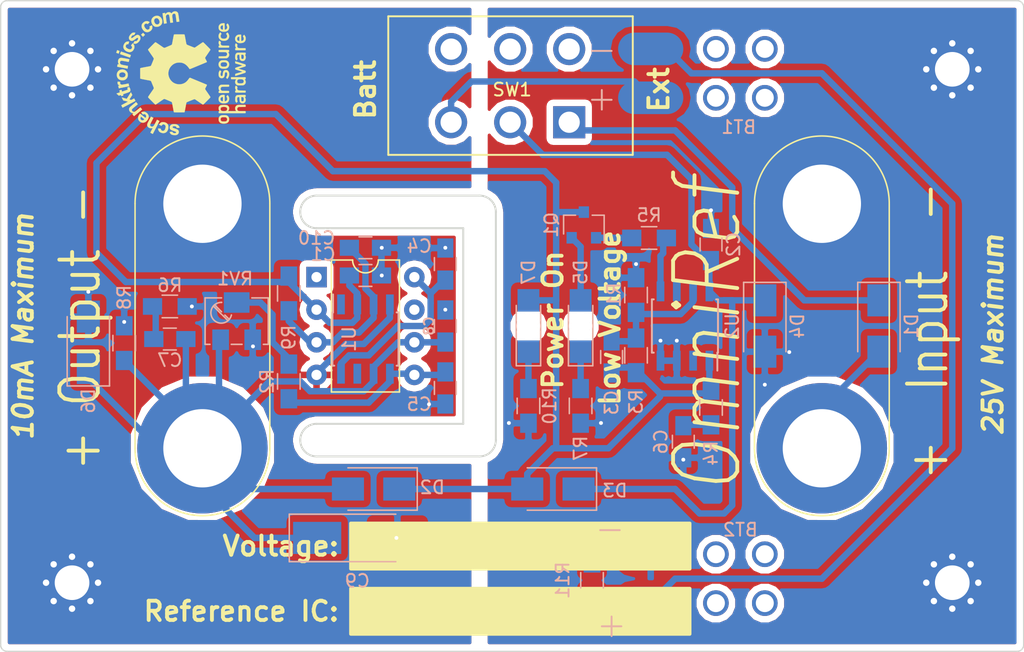
<source format=kicad_pcb>
(kicad_pcb (version 4) (host pcbnew 4.0.5)
  (layers (0 F.Cu signal hide) (31 B.Cu signal) (34 B.Paste user hide) (35 F.Paste user hide) (36 B.SilkS user hide) (37 F.SilkS user hide) (38 B.Mask user hide) (39 F.Mask user hide) (44 Edge.Cuts user))
  (net 0 "")
  (net 1 V+)
  (net 2 GND)
  (net 3 "Net-(C4-Pad1)")
  (net 4 "Net-(C5-Pad1)")
  (net 5 "Net-(C6-Pad1)")
  (net 6 "Net-(C7-Pad1)")
  (net 7 "Net-(C7-Pad2)")
  (net 8 "Net-(D1-Pad2)")
  (net 9 "Net-(D5-Pad1)")
  (net 10 "Net-(R2-Pad1)")
  (net 11 "Net-(C3-Pad2)")
  (net 12 "Net-(D5-Pad2)")
  (net 13 "Net-(Q1-Pad1)")
  (net 14 ER)
  (net 15 "Net-(U2-Pad2)")
  (net 16 "Net-(U2-Pad6)")
  (net 17 BAT+)
  (net 18 "Net-(BT1-Pad2)")
  (net 19 "Net-(D1-Pad1)")
  (net 20 "Net-(D7-Pad1)")
  (net 21 "Net-(C10-Pad1)")
  (net 22 "Net-(C2-Pad1)")
  (module _NTSFootprints:CnK_L_Series_DPDT (layer F.Cu) (at 148.59 67.31 180)
    (fp_text reference SW1 (at 4.445 2.54 180) (layer F.SilkS))
    (fp_text value SW_SPDT)
    (pad 1 thru_hole rect (at 0 0 180) (size 2.5 2.5) (drill 1.65) (layers *.Cu *.Mask) (net 19 "Net-(D1-Pad1)"))
    (pad 2 thru_hole circle (at 4.6 0 180) (size 2.5 2.5) (drill 1.65) (layers *.Cu *.Mask) (net 22 "Net-(C2-Pad1)"))
    (pad 3 thru_hole circle (at 9.2 0 180) (size 2.5 2.5) (drill 1.65) (layers *.Cu *.Mask) (net 17 BAT+))
    (pad 4 thru_hole circle (at 0 5.7 180) (size 2.5 2.5) (drill 1.65) (layers *.Cu *.Mask))
    (pad 5 thru_hole circle (at 4.6 5.7 180) (size 2.5 2.5) (drill 1.65) (layers *.Cu *.Mask))
    (pad 6 thru_hole circle (at 9.2 5.7 180) (size 2.5 2.5) (drill 1.65) (layers *.Cu *.Mask))
  )
  (module _NTSFootprints:Via_Tented_0.3mm (layer F.Cu) (at 135.128 99.695)
    (fp_text reference REF** hide)
    (fp_text value 1pin hide)
    (pad 1 thru_hole circle (at 0 0) (size 0.6 0.6) (drill 0.3) (layers *.Cu) (net 2 GND))
  )
  (module _NTSFootprints:Via_Tented_0.3mm (layer F.Cu) (at 133.985 79.248)
    (fp_text reference REF** hide)
    (fp_text value 1pin hide)
    (pad 1 thru_hole circle (at 0 0) (size 0.6 0.6) (drill 0.3) (layers *.Cu) (net 2 GND))
  )
  (module _NTSFootprints:Via_Tented_0.3mm (layer F.Cu) (at 138.938 77.089)
    (fp_text reference REF** hide)
    (fp_text value 1pin hide)
    (pad 1 thru_hole circle (at 0 0) (size 0.6 0.6) (drill 0.3) (layers *.Cu) (net 2 GND))
  )
  (module _NTSFootprints:Via_Tented_0.3mm (layer F.Cu) (at 137.668 89.281)
    (fp_text reference REF** hide)
    (fp_text value 1pin hide)
    (pad 1 thru_hole circle (at 0 0) (size 0.6 0.6) (drill 0.3) (layers *.Cu) (net 2 GND))
  )
  (module _NTSFootprints:Via_Tented_0.3mm (layer F.Cu) (at 143.891 90.7415)
    (fp_text reference REF** hide)
    (fp_text value 1pin hide)
    (pad 1 thru_hole circle (at 0 0) (size 0.6 0.6) (drill 0.3) (layers *.Cu) (net 2 GND))
  )
  (module Mounting_Holes:MountingHole_2.7mm_M2.5_Pad_Via (layer F.Cu) (at 109.855 103.185)
    (fp_text reference REF** hide)
    (fp_text value MountingHole_2.7mm_M2.5_Pad_Via)
    (pad 1 thru_hole circle (at 0 0) (size 5.4 5.4) (drill 2.7) (layers *.Cu *.Mask) (net 2 GND))
    (pad "" thru_hole circle (at 2.025 0) (size 0.8 0.8) (drill 0.5) (layers *.Cu *.Mask) (net 2 GND))
    (pad "" thru_hole circle (at 1.431891 1.431891) (size 0.8 0.8) (drill 0.5) (layers *.Cu *.Mask) (net 2 GND))
    (pad "" thru_hole circle (at 0 2.025) (size 0.8 0.8) (drill 0.5) (layers *.Cu *.Mask) (net 2 GND))
    (pad "" thru_hole circle (at -1.431891 1.431891) (size 0.8 0.8) (drill 0.5) (layers *.Cu *.Mask) (net 2 GND))
    (pad "" thru_hole circle (at -2.025 0) (size 0.8 0.8) (drill 0.5) (layers *.Cu *.Mask) (net 2 GND))
    (pad "" thru_hole circle (at -1.431891 -1.431891) (size 0.8 0.8) (drill 0.5) (layers *.Cu *.Mask) (net 2 GND))
    (pad "" thru_hole circle (at 0 -2.025) (size 0.8 0.8) (drill 0.5) (layers *.Cu *.Mask) (net 2 GND))
    (pad "" thru_hole circle (at 1.431891 -1.431891) (size 0.8 0.8) (drill 0.5) (layers *.Cu *.Mask) (net 2 GND))
  )
  (module Mounting_Holes:MountingHole_2.7mm_M2.5_Pad_Via (layer F.Cu) (at 178.435 103.185)
    (fp_text reference REF** hide)
    (fp_text value MountingHole_2.7mm_M2.5_Pad_Via)
    (pad 1 thru_hole circle (at 0 0) (size 5.4 5.4) (drill 2.7) (layers *.Cu *.Mask) (net 2 GND))
    (pad "" thru_hole circle (at 2.025 0) (size 0.8 0.8) (drill 0.5) (layers *.Cu *.Mask) (net 2 GND))
    (pad "" thru_hole circle (at 1.431891 1.431891) (size 0.8 0.8) (drill 0.5) (layers *.Cu *.Mask) (net 2 GND))
    (pad "" thru_hole circle (at 0 2.025) (size 0.8 0.8) (drill 0.5) (layers *.Cu *.Mask) (net 2 GND))
    (pad "" thru_hole circle (at -1.431891 1.431891) (size 0.8 0.8) (drill 0.5) (layers *.Cu *.Mask) (net 2 GND))
    (pad "" thru_hole circle (at -2.025 0) (size 0.8 0.8) (drill 0.5) (layers *.Cu *.Mask) (net 2 GND))
    (pad "" thru_hole circle (at -1.431891 -1.431891) (size 0.8 0.8) (drill 0.5) (layers *.Cu *.Mask) (net 2 GND))
    (pad "" thru_hole circle (at 0 -2.025) (size 0.8 0.8) (drill 0.5) (layers *.Cu *.Mask) (net 2 GND))
    (pad "" thru_hole circle (at 1.431891 -1.431891) (size 0.8 0.8) (drill 0.5) (layers *.Cu *.Mask) (net 2 GND))
  )
  (module Mounting_Holes:MountingHole_2.7mm_M2.5_Pad_Via (layer F.Cu) (at 178.435 63.185)
    (fp_text reference REF** hide)
    (fp_text value MountingHole_2.7mm_M2.5_Pad_Via)
    (pad 1 thru_hole circle (at 0 0) (size 5.4 5.4) (drill 2.7) (layers *.Cu *.Mask) (net 2 GND))
    (pad "" thru_hole circle (at 2.025 0) (size 0.8 0.8) (drill 0.5) (layers *.Cu *.Mask) (net 2 GND))
    (pad "" thru_hole circle (at 1.431891 1.431891) (size 0.8 0.8) (drill 0.5) (layers *.Cu *.Mask) (net 2 GND))
    (pad "" thru_hole circle (at 0 2.025) (size 0.8 0.8) (drill 0.5) (layers *.Cu *.Mask) (net 2 GND))
    (pad "" thru_hole circle (at -1.431891 1.431891) (size 0.8 0.8) (drill 0.5) (layers *.Cu *.Mask) (net 2 GND))
    (pad "" thru_hole circle (at -2.025 0) (size 0.8 0.8) (drill 0.5) (layers *.Cu *.Mask) (net 2 GND))
    (pad "" thru_hole circle (at -1.431891 -1.431891) (size 0.8 0.8) (drill 0.5) (layers *.Cu *.Mask) (net 2 GND))
    (pad "" thru_hole circle (at 0 -2.025) (size 0.8 0.8) (drill 0.5) (layers *.Cu *.Mask) (net 2 GND))
    (pad "" thru_hole circle (at 1.431891 -1.431891) (size 0.8 0.8) (drill 0.5) (layers *.Cu *.Mask) (net 2 GND))
  )
  (module _NTSFootprints:Via_Tented_0.3mm (layer F.Cu) (at 163.83 87.757)
    (fp_text reference REF** hide)
    (fp_text value 1pin hide)
    (pad 1 thru_hole circle (at 0 0) (size 0.6 0.6) (drill 0.3) (layers *.Cu) (net 2 GND))
  )
  (module _NTSFootprints:Via_Tented_0.3mm (layer F.Cu) (at 165.735 85.217)
    (fp_text reference REF** hide)
    (fp_text value 1pin hide)
    (pad 1 thru_hole circle (at 0 0) (size 0.6 0.6) (drill 0.3) (layers *.Cu) (net 2 GND))
  )
  (module _NTSFootprints:Via_Tented_0.3mm (layer F.Cu) (at 153.797 78.359)
    (fp_text reference REF** hide)
    (fp_text value 1pin hide)
    (pad 1 thru_hole circle (at 0 0) (size 0.6 0.6) (drill 0.3) (layers *.Cu) (net 2 GND))
  )
  (module _NTSFootprints:Via_Tented_0.3mm (layer F.Cu) (at 155.702 84.328)
    (fp_text reference REF** hide)
    (fp_text value 1pin hide)
    (pad 1 thru_hole circle (at 0 0) (size 0.6 0.6) (drill 0.3) (layers *.Cu) (net 2 GND))
  )
  (module _NTSFootprints:Via_Tented_0.3mm (layer F.Cu) (at 113.919 82.8675)
    (fp_text reference REF** hide)
    (fp_text value 1pin hide)
    (pad 1 thru_hole circle (at 0 0) (size 0.6 0.6) (drill 0.3) (layers *.Cu) (net 2 GND))
  )
  (module _NTSFootprints:Via_Tented_0.3mm (layer F.Cu) (at 111.125 80.518)
    (fp_text reference REF** hide)
    (fp_text value 1pin hide)
    (pad 1 thru_hole circle (at 0 0) (size 0.6 0.6) (drill 0.3) (layers *.Cu) (net 2 GND))
  )
  (module _NTSFootprints:Via_Tented_0.3mm (layer F.Cu) (at 123.952 84.7725)
    (fp_text reference REF** hide)
    (fp_text value 1pin hide)
    (pad 1 thru_hole circle (at 0 0) (size 0.6 0.6) (drill 0.3) (layers *.Cu) (net 2 GND))
  )
  (module _NTSFootprints:Via_Tented_0.3mm (layer F.Cu) (at 138.938 81.915)
    (fp_text reference REF** hide)
    (fp_text value 1pin hide)
    (pad 1 thru_hole circle (at 0 0) (size 0.6 0.6) (drill 0.3) (layers *.Cu) (net 2 GND))
  )
  (module _NTSFootprints:Via_Tented_0.3mm (layer F.Cu) (at 119.1895 81.661)
    (fp_text reference REF** hide)
    (fp_text value 1pin hide)
    (pad 1 thru_hole circle (at 0 0) (size 0.6 0.6) (drill 0.3) (layers *.Cu) (net 2 GND))
  )
  (module _NTSFootprints:Via_Tented_0.3mm (layer F.Cu) (at 133.985 77.089)
    (fp_text reference REF** hide)
    (fp_text value 1pin hide)
    (pad 1 thru_hole circle (at 0 0) (size 0.6 0.6) (drill 0.3) (layers *.Cu) (net 2 GND))
  )
  (module _NTSFootprints:Via_Tented_0.3mm (layer F.Cu) (at 151.0665 90.7415)
    (fp_text reference REF** hide)
    (fp_text value 1pin hide)
    (pad 1 thru_hole circle (at 0 0) (size 0.6 0.6) (drill 0.3) (layers *.Cu) (net 2 GND))
  )
  (module _NTSFootprints:Via_Tented_0.3mm (layer F.Cu) (at 156.972 84.328)
    (fp_text reference REF** hide)
    (fp_text value 1pin hide)
    (pad 1 thru_hole circle (at 0 0) (size 0.6 0.6) (drill 0.3) (layers *.Cu) (net 2 GND))
  )
  (module _NTSFootprints:Via_Tented_0.3mm (layer F.Cu) (at 157.48 93.599)
    (fp_text reference REF** hide)
    (fp_text value 1pin hide)
    (pad 1 thru_hole circle (at 0 0) (size 0.6 0.6) (drill 0.3) (layers *.Cu) (net 2 GND))
  )
  (module Diodes_SMD:D_SMA (layer B.Cu) (at 172.72 83.185 270)
    (fp_text reference D1 (at 0 -2.54 270) (layer B.SilkS) (effects (justify mirror)))
    (fp_text value SMA)
    (pad 1 smd rect (at -2 0 270) (size 2.5 1.8) (layers B.Cu B.Paste B.Mask) (net 19 "Net-(D1-Pad1)"))
    (pad 2 smd rect (at 2 0 270) (size 2.5 1.8) (layers B.Cu B.Paste B.Mask) (net 8 "Net-(D1-Pad2)"))
  )
  (module Diodes_SMD:D_SMA (layer B.Cu) (at 133.35 95.885 180)
    (fp_text reference D2 (at -4.572 0.127 180) (layer B.SilkS) (effects (justify mirror)))
    (fp_text value SMA)
    (pad 1 smd rect (at -2 0 180) (size 2.5 1.8) (layers B.Cu B.Paste B.Mask) (net 1 V+))
    (pad 2 smd rect (at 2 0 180) (size 2.5 1.8) (layers B.Cu B.Paste B.Mask) (net 6 "Net-(C7-Pad1)"))
  )
  (module Diodes_SMD:D_SMA (layer B.Cu) (at 111.125 84.455 90)
    (fp_text reference D6 (at -4.572 0 90) (layer B.SilkS) (effects (justify mirror)))
    (fp_text value 12V)
    (pad 1 smd rect (at -2 0 90) (size 2.5 1.8) (layers B.Cu B.Paste B.Mask) (net 6 "Net-(C7-Pad1)"))
    (pad 2 smd rect (at 2 0 90) (size 2.5 1.8) (layers B.Cu B.Paste B.Mask) (net 2 GND))
  )
  (module Potentiometers:Potentiometer_Trimmer_Bourns_3224W (layer B.Cu) (at 122.682 82.804)
    (fp_text reference RV1 (at -0.127 -3.302) (layer B.SilkS) (effects (justify mirror)))
    (fp_text value 10K)
    (pad 1 smd rect (at 1.25 1.45) (size 1.3 1.6) (layers B.Cu B.Paste B.Mask) (net 2 GND))
    (pad 2 smd rect (at 0 -1.45) (size 2 1.6) (layers B.Cu B.Paste B.Mask) (net 10 "Net-(R2-Pad1)"))
    (pad 3 smd rect (at -1.25 1.45) (size 1.3 1.6) (layers B.Cu B.Paste B.Mask) (net 6 "Net-(C7-Pad1)"))
  )
  (module Housings_SOIC:SOIC-8_3.9x4.9mm_Pitch1.27mm (layer B.Cu) (at 132.715 84.201 270)
    (fp_text reference U1 (at 0 1.27 270) (layer B.SilkS) (effects (justify mirror)))
    (fp_text value "REFERENCE IC")
    (pad 1 smd rect (at -2.7 1.905 270) (size 1.55 0.6) (layers B.Cu B.Paste B.Mask))
    (pad 2 smd rect (at -2.7 0.635 270) (size 1.55 0.6) (layers B.Cu B.Paste B.Mask) (net 1 V+))
    (pad 3 smd rect (at -2.7 -0.635 270) (size 1.55 0.6) (layers B.Cu B.Paste B.Mask) (net 21 "Net-(C10-Pad1)"))
    (pad 4 smd rect (at -2.7 -1.905 270) (size 1.55 0.6) (layers B.Cu B.Paste B.Mask) (net 2 GND))
    (pad 5 smd rect (at 2.7 -1.905 270) (size 1.55 0.6) (layers B.Cu B.Paste B.Mask) (net 4 "Net-(C5-Pad1)"))
    (pad 6 smd rect (at 2.7 -0.635 270) (size 1.55 0.6) (layers B.Cu B.Paste B.Mask) (net 6 "Net-(C7-Pad1)"))
    (pad 7 smd rect (at 2.7 0.635 270) (size 1.55 0.6) (layers B.Cu B.Paste B.Mask))
    (pad 8 smd rect (at 2.7 1.905 270) (size 1.55 0.6) (layers B.Cu B.Paste B.Mask) (net 3 "Net-(C4-Pad1)"))
  )
  (module Housings_DIP:DIP-8_W7.62mm (layer F.Cu) (at 128.905 79.375)
    (fp_text reference U3 hide)
    (fp_text value "REFERENCE IC")
    (pad 1 thru_hole rect (at 0 0) (size 1.6 1.6) (drill 0.8) (layers *.Cu *.Mask))
    (pad 5 thru_hole oval (at 7.62 7.62) (size 1.6 1.6) (drill 0.8) (layers *.Cu *.Mask) (net 4 "Net-(C5-Pad1)"))
    (pad 2 thru_hole oval (at 0 2.54) (size 1.6 1.6) (drill 0.8) (layers *.Cu *.Mask) (net 1 V+))
    (pad 6 thru_hole oval (at 7.62 5.08) (size 1.6 1.6) (drill 0.8) (layers *.Cu *.Mask) (net 6 "Net-(C7-Pad1)"))
    (pad 3 thru_hole oval (at 0 5.08) (size 1.6 1.6) (drill 0.8) (layers *.Cu *.Mask) (net 21 "Net-(C10-Pad1)"))
    (pad 7 thru_hole oval (at 7.62 2.54) (size 1.6 1.6) (drill 0.8) (layers *.Cu *.Mask))
    (pad 4 thru_hole oval (at 0 7.62) (size 1.6 1.6) (drill 0.8) (layers *.Cu *.Mask) (net 2 GND))
    (pad 8 thru_hole oval (at 7.62 0) (size 1.6 1.6) (drill 0.8) (layers *.Cu *.Mask) (net 3 "Net-(C4-Pad1)"))
  )
  (module _NTSFootprints:Banana_Jack_2pin_.25_.75 (layer F.Cu) (at 168.275 92.71 90)
    (fp_text reference J1 hide)
    (fp_text value "4mm Banana Jack Pair")
    (pad 1 thru_hole circle (at 0 0 90) (size 10.16 10.16) (drill 6.1) (layers *.Cu *.Mask) (net 8 "Net-(D1-Pad2)"))
    (pad 2 thru_hole circle (at 19.048 0 90) (size 10.16 10.16) (drill 6.1) (layers *.Cu *.Mask) (net 2 GND))
  )
  (module _NTSFootprints:Banana_Jack_2pin_.25_.75 (layer F.Cu) (at 120.015 92.71 90)
    (fp_text reference J2 hide)
    (fp_text value "4mm Banana Jack Pair")
    (pad 1 thru_hole circle (at 0 0 90) (size 10.16 10.16) (drill 6.1) (layers *.Cu *.Mask) (net 6 "Net-(C7-Pad1)"))
    (pad 2 thru_hole circle (at 19.048 0 90) (size 10.16 10.16) (drill 6.1) (layers *.Cu *.Mask) (net 2 GND))
  )
  (module _NTSFootprints:Via_Tented_0.3mm (layer F.Cu) (at 159.639 74.168)
    (fp_text reference REF** hide)
    (fp_text value 1pin hide)
    (pad 1 thru_hole circle (at 0 0) (size 0.6 0.6) (drill 0.3) (layers *.Cu) (net 2 GND))
  )
  (module _NTSFootprints:LED_1206_1.7mmHole (layer B.Cu) (at 149.479 83.185 90)
    (fp_text reference D5 (at 4.191 0 90) (layer B.SilkS) (effects (justify mirror)))
    (fp_text value LED)
    (pad 1 smd rect (at -2 0 90) (size 1.75 1.7) (layers B.Cu B.Paste B.Mask) (net 9 "Net-(D5-Pad1)"))
    (pad 2 smd rect (at 2 0 90) (size 1.75 1.7) (layers B.Cu B.Paste B.Mask) (net 12 "Net-(D5-Pad2)"))
    (pad "" np_thru_hole circle (at 0 0 90) (size 1.8 1.8) (drill 1.8) (layers *.Cu *.Mask))
  )
  (module Diodes_SMD:D_SMA (layer B.Cu) (at 147.32 95.885 180)
    (fp_text reference D3 (at -4.826 -0.127 180) (layer B.SilkS) (effects (justify mirror)))
    (fp_text value SMA)
    (pad 1 smd rect (at -2 0 180) (size 2.5 1.8) (layers B.Cu B.Paste B.Mask) (net 22 "Net-(C2-Pad1)"))
    (pad 2 smd rect (at 2 0 180) (size 2.5 1.8) (layers B.Cu B.Paste B.Mask) (net 1 V+))
  )
  (module TO_SOT_Packages_SMD:SOT-23 (layer B.Cu) (at 149.733 75.311 90)
    (fp_text reference Q1 (at 0 -2.54 90) (layer B.SilkS) (effects (justify mirror)))
    (fp_text value PMBT3906)
    (pad 1 smd rect (at -1 0.95 90) (size 0.9 0.8) (layers B.Cu B.Paste B.Mask) (net 13 "Net-(Q1-Pad1)"))
    (pad 2 smd rect (at -1 -0.95 90) (size 0.9 0.8) (layers B.Cu B.Paste B.Mask) (net 12 "Net-(D5-Pad2)"))
    (pad 3 smd rect (at 1 0 90) (size 0.9 0.8) (layers B.Cu B.Paste B.Mask) (net 1 V+))
  )
  (module Housings_SOIC:SOIC-8_3.9x4.9mm_Pitch1.27mm (layer B.Cu) (at 157.607 83.185 90)
    (fp_text reference U2 (at 0 3.683 90) (layer B.SilkS) (effects (justify mirror)))
    (fp_text value LP2951)
    (pad 1 smd rect (at -2.7 1.905 90) (size 1.55 0.6) (layers B.Cu B.Paste B.Mask) (net 1 V+))
    (pad 2 smd rect (at -2.7 0.635 90) (size 1.55 0.6) (layers B.Cu B.Paste B.Mask) (net 15 "Net-(U2-Pad2)"))
    (pad 3 smd rect (at -2.7 -0.635 90) (size 1.55 0.6) (layers B.Cu B.Paste B.Mask) (net 2 GND))
    (pad 4 smd rect (at -2.7 -1.905 90) (size 1.55 0.6) (layers B.Cu B.Paste B.Mask) (net 2 GND))
    (pad 5 smd rect (at 2.7 -1.905 90) (size 1.55 0.6) (layers B.Cu B.Paste B.Mask) (net 14 ER))
    (pad 6 smd rect (at 2.7 -0.635 90) (size 1.55 0.6) (layers B.Cu B.Paste B.Mask) (net 16 "Net-(U2-Pad6)"))
    (pad 7 smd rect (at 2.7 0.635 90) (size 1.55 0.6) (layers B.Cu B.Paste B.Mask) (net 11 "Net-(C3-Pad2)"))
    (pad 8 smd rect (at 2.7 1.905 90) (size 1.55 0.6) (layers B.Cu B.Paste B.Mask) (net 22 "Net-(C2-Pad1)"))
  )
  (module Diodes_SMD:D_SMA (layer B.Cu) (at 163.83 83.185 270)
    (fp_text reference D4 (at 0 -2.54 270) (layer B.SilkS) (effects (justify mirror)))
    (fp_text value SMA)
    (pad 1 smd rect (at -2 0 270) (size 2.5 1.8) (layers B.Cu B.Paste B.Mask) (net 22 "Net-(C2-Pad1)"))
    (pad 2 smd rect (at 2 0 270) (size 2.5 1.8) (layers B.Cu B.Paste B.Mask) (net 2 GND))
  )
  (module Mounting_Holes:MountingHole_2.7mm_M2.5_Pad_Via (layer F.Cu) (at 109.855 63.185)
    (fp_text reference REF** hide)
    (fp_text value MountingHole_2.7mm_M2.5_Pad_Via)
    (pad 1 thru_hole circle (at 0 0) (size 5.4 5.4) (drill 2.7) (layers *.Cu *.Mask) (net 2 GND))
    (pad "" thru_hole circle (at 2.025 0) (size 0.8 0.8) (drill 0.5) (layers *.Cu *.Mask) (net 2 GND))
    (pad "" thru_hole circle (at 1.431891 1.431891) (size 0.8 0.8) (drill 0.5) (layers *.Cu *.Mask) (net 2 GND))
    (pad "" thru_hole circle (at 0 2.025) (size 0.8 0.8) (drill 0.5) (layers *.Cu *.Mask) (net 2 GND))
    (pad "" thru_hole circle (at -1.431891 1.431891) (size 0.8 0.8) (drill 0.5) (layers *.Cu *.Mask) (net 2 GND))
    (pad "" thru_hole circle (at -2.025 0) (size 0.8 0.8) (drill 0.5) (layers *.Cu *.Mask) (net 2 GND))
    (pad "" thru_hole circle (at -1.431891 -1.431891) (size 0.8 0.8) (drill 0.5) (layers *.Cu *.Mask) (net 2 GND))
    (pad "" thru_hole circle (at 0 -2.025) (size 0.8 0.8) (drill 0.5) (layers *.Cu *.Mask) (net 2 GND))
    (pad "" thru_hole circle (at 1.431891 -1.431891) (size 0.8 0.8) (drill 0.5) (layers *.Cu *.Mask) (net 2 GND))
  )
  (module _NTSFootprints:LED_1206_1.7mmHole (layer B.Cu) (at 145.415 83.185 90)
    (fp_text reference D7 (at 4.191 0 90) (layer B.SilkS) (effects (justify mirror)))
    (fp_text value LED)
    (pad 1 smd rect (at -2 0 90) (size 1.75 1.7) (layers B.Cu B.Paste B.Mask) (net 20 "Net-(D7-Pad1)"))
    (pad 2 smd rect (at 2 0 90) (size 1.75 1.7) (layers B.Cu B.Paste B.Mask) (net 1 V+))
    (pad "" np_thru_hole circle (at 0 0 90) (size 1.8 1.8) (drill 1.8) (layers *.Cu *.Mask))
  )
  (module _NTSFootprints:schenktronics.com_OSHW_Logo_11x11mm (layer F.Cu) (at 118.11 63.5 90)
    (fp_text reference G*** hide)
    (fp_text value LOGO hide)
  )
  (module Capacitors_SMD:C_0805_HandSoldering (layer B.Cu) (at 132.715 79.248)
    (fp_text reference C1 (at -3.302 -1.651) (layer B.SilkS) (effects (justify mirror)))
    (fp_text value 1uF)
    (pad 1 smd rect (at -1.25 0) (size 1.5 1.25) (layers B.Cu B.Paste B.Mask) (net 1 V+))
    (pad 2 smd rect (at 1.25 0) (size 1.5 1.25) (layers B.Cu B.Paste B.Mask) (net 2 GND))
  )
  (module Capacitors_SMD:C_0805_HandSoldering (layer B.Cu) (at 159.639 76.835 90)
    (fp_text reference C2 (at 0 1.75 90) (layer B.SilkS) (effects (justify mirror)))
    (fp_text value 10uF)
    (pad 1 smd rect (at -1.25 0 90) (size 1.5 1.25) (layers B.Cu B.Paste B.Mask) (net 22 "Net-(C2-Pad1)"))
    (pad 2 smd rect (at 1.25 0 90) (size 1.5 1.25) (layers B.Cu B.Paste B.Mask) (net 2 GND))
  )
  (module Capacitors_SMD:C_0805_HandSoldering (layer B.Cu) (at 151.892 85.598 90)
    (fp_text reference C3 (at -3.556 0 90) (layer B.SilkS) (effects (justify mirror)))
    (fp_text value 1uF)
    (pad 1 smd rect (at -1.25 0 90) (size 1.5 1.25) (layers B.Cu B.Paste B.Mask) (net 1 V+))
    (pad 2 smd rect (at 1.25 0 90) (size 1.5 1.25) (layers B.Cu B.Paste B.Mask) (net 11 "Net-(C3-Pad2)"))
  )
  (module Capacitors_SMD:C_0805_HandSoldering (layer B.Cu) (at 138.938 78.359 90)
    (fp_text reference C4 (at 1.397 -2.032 180) (layer B.SilkS) (effects (justify mirror)))
    (fp_text value 1uF)
    (pad 1 smd rect (at -1.25 0 90) (size 1.5 1.25) (layers B.Cu B.Paste B.Mask) (net 3 "Net-(C4-Pad1)"))
    (pad 2 smd rect (at 1.25 0 90) (size 1.5 1.25) (layers B.Cu B.Paste B.Mask) (net 2 GND))
  )
  (module Capacitors_SMD:C_0805_HandSoldering (layer B.Cu) (at 138.938 88.011 270)
    (fp_text reference C5 (at 1.27 2.032 360) (layer B.SilkS) (effects (justify mirror)))
    (fp_text value 1uF)
    (pad 1 smd rect (at -1.25 0 270) (size 1.5 1.25) (layers B.Cu B.Paste B.Mask) (net 4 "Net-(C5-Pad1)"))
    (pad 2 smd rect (at 1.25 0 270) (size 1.5 1.25) (layers B.Cu B.Paste B.Mask) (net 2 GND))
  )
  (module Capacitors_SMD:C_0805_HandSoldering (layer B.Cu) (at 157.48 92.202 270)
    (fp_text reference C6 (at 0 1.75 270) (layer B.SilkS) (effects (justify mirror)))
    (fp_text value 10uF)
    (pad 1 smd rect (at -1.25 0 270) (size 1.5 1.25) (layers B.Cu B.Paste B.Mask) (net 5 "Net-(C6-Pad1)"))
    (pad 2 smd rect (at 1.25 0 270) (size 1.5 1.25) (layers B.Cu B.Paste B.Mask) (net 2 GND))
  )
  (module Capacitors_SMD:C_0805_HandSoldering (layer B.Cu) (at 117.475 84.201 180)
    (fp_text reference C7 (at 0 -1.651 180) (layer B.SilkS) (effects (justify mirror)))
    (fp_text value 10uF)
    (pad 1 smd rect (at -1.25 0 180) (size 1.5 1.25) (layers B.Cu B.Paste B.Mask) (net 6 "Net-(C7-Pad1)"))
    (pad 2 smd rect (at 1.25 0 180) (size 1.5 1.25) (layers B.Cu B.Paste B.Mask) (net 7 "Net-(C7-Pad2)"))
  )
  (module _NTSFootprints:9vClipWireLeads (layer B.Cu) (at 154.94 65.405)
    (fp_text reference BT1 (at 6.858 2.286) (layer B.SilkS) (effects (justify mirror)))
    (fp_text value Battery)
    (fp_text user - (at -3.81 -3.81) (layer B.SilkS) (effects (font (size 2 2)) (justify mirror)))
    (fp_text user + (at -3.81 0) (layer B.SilkS) (effects (font (size 2 2)) (justify mirror)))
    (pad 0 thru_hole circle (at 8.89 -3.81) (size 2 2) (drill 1.4) (layers *.Cu))
    (pad 0 thru_hole circle (at 5.08 -3.81) (size 2 2) (drill 1.4) (layers *.Cu))
    (pad 0 thru_hole circle (at 8.89 0) (size 2 2) (drill 1.4) (layers *.Cu))
    (pad 2 smd oval (at 0 -3.81) (size 5.08 2.54) (layers B.Cu B.Mask) (net 18 "Net-(BT1-Pad2)"))
    (pad 1 smd oval (at 0 0) (size 5.08 2.54) (layers B.Cu B.Mask) (net 17 BAT+))
    (pad 0 thru_hole circle (at 5.08 0) (size 2 2) (drill 1.4) (layers *.Cu))
  )
  (module _NTSFootprints:9vClipWireLeads (layer B.Cu) (at 154.94 104.775)
    (fp_text reference BT2 (at 6.985 -5.715) (layer B.SilkS) (effects (justify mirror)))
    (fp_text value Battery)
    (fp_text user - (at -3.175 -5.842) (layer B.SilkS) (effects (font (size 2 2)) (justify mirror)))
    (fp_text user + (at -3.048 1.651) (layer B.SilkS) (effects (font (size 2 2)) (justify mirror)))
    (pad 0 thru_hole circle (at 8.89 -3.81) (size 2 2) (drill 1.4) (layers *.Cu))
    (pad 0 thru_hole circle (at 5.08 -3.81) (size 2 2) (drill 1.4) (layers *.Cu))
    (pad 0 thru_hole circle (at 8.89 0) (size 2 2) (drill 1.4) (layers *.Cu))
    (pad 2 smd oval (at 0 -3.81) (size 5.08 2.54) (layers B.Cu B.Mask) (net 2 GND))
    (pad 1 smd oval (at 0 0) (size 5.08 2.54) (layers B.Cu B.Mask) (net 18 "Net-(BT1-Pad2)"))
    (pad 0 thru_hole circle (at 5.08 0) (size 2 2) (drill 1.4) (layers *.Cu))
  )
  (module Capacitors_Tantalum_SMD:CP_Tantalum_Case-C_EIA-6032-28_Hand (layer B.Cu) (at 132.08 99.695)
    (fp_text reference C9 (at 0 3.35) (layer B.SilkS) (effects (justify mirror)))
    (fp_text value 10uF)
    (pad 1 smd rect (at -3.125 0) (size 3.75 2.5) (layers B.Cu B.Paste B.Mask) (net 6 "Net-(C7-Pad1)"))
    (pad 2 smd rect (at 3.125 0) (size 3.75 2.5) (layers B.Cu B.Paste B.Mask) (net 2 GND))
  )
  (module Capacitors_SMD:C_0805_HandSoldering (layer B.Cu) (at 138.938 83.185 90)
    (fp_text reference C8 (at 0 -1.27 90) (layer B.SilkS) (effects (font (size 0.75 0.75)) (justify mirror)))
    (fp_text value 10uF)
    (pad 1 smd rect (at -1.25 0 90) (size 1.5 1.25) (layers B.Cu B.Paste B.Mask) (net 6 "Net-(C7-Pad1)"))
    (pad 2 smd rect (at 1.25 0 90) (size 1.5 1.25) (layers B.Cu B.Paste B.Mask) (net 2 GND))
  )
  (module Capacitors_SMD:C_0805_HandSoldering (layer B.Cu) (at 132.715 77.089)
    (fp_text reference C10 (at -3.81 -0.762) (layer B.SilkS) (effects (justify mirror)))
    (fp_text value 1uF)
    (pad 1 smd rect (at -1.25 0) (size 1.5 1.25) (layers B.Cu B.Paste B.Mask) (net 21 "Net-(C10-Pad1)"))
    (pad 2 smd rect (at 1.25 0) (size 1.5 1.25) (layers B.Cu B.Paste B.Mask) (net 2 GND))
  )
  (module Resistors_SMD:R_0805_HandSoldering (layer B.Cu) (at 153.797 80.772 90)
    (fp_text reference R1 (at 0 -1.7145 90) (layer B.SilkS) (effects (justify mirror)))
    (fp_text value 2.4K)
    (pad 1 smd rect (at -1.35 0 90) (size 1.5 1.3) (layers B.Cu B.Paste B.Mask) (net 11 "Net-(C3-Pad2)"))
    (pad 2 smd rect (at 1.35 0 90) (size 1.5 1.3) (layers B.Cu B.Paste B.Mask) (net 2 GND))
  )
  (module Resistors_SMD:R_0805_HandSoldering (layer B.Cu) (at 126.746 87.503 270)
    (fp_text reference R2 (at 0 1.7 270) (layer B.SilkS) (effects (justify mirror)))
    (fp_text value 470K)
    (pad 1 smd rect (at -1.35 0 270) (size 1.5 1.3) (layers B.Cu B.Paste B.Mask) (net 10 "Net-(R2-Pad1)"))
    (pad 2 smd rect (at 1.35 0 270) (size 1.5 1.3) (layers B.Cu B.Paste B.Mask) (net 4 "Net-(C5-Pad1)"))
  )
  (module Resistors_SMD:R_0805_HandSoldering (layer B.Cu) (at 153.797 85.471 90)
    (fp_text reference R3 (at -3.6195 0 90) (layer B.SilkS) (effects (justify mirror)))
    (fp_text value 270)
    (pad 1 smd rect (at -1.35 0 90) (size 1.5 1.3) (layers B.Cu B.Paste B.Mask) (net 1 V+))
    (pad 2 smd rect (at 1.35 0 90) (size 1.5 1.3) (layers B.Cu B.Paste B.Mask) (net 11 "Net-(C3-Pad2)"))
  )
  (module Resistors_SMD:R_0805_HandSoldering (layer B.Cu) (at 159.639 89.535 270)
    (fp_text reference R4 (at 3.556 0 270) (layer B.SilkS) (effects (justify mirror)))
    (fp_text value 1)
    (pad 1 smd rect (at -1.35 0 270) (size 1.5 1.3) (layers B.Cu B.Paste B.Mask) (net 1 V+))
    (pad 2 smd rect (at 1.35 0 270) (size 1.5 1.3) (layers B.Cu B.Paste B.Mask) (net 5 "Net-(C6-Pad1)"))
  )
  (module Resistors_SMD:R_0805_HandSoldering (layer B.Cu) (at 154.813 76.327)
    (fp_text reference R5 (at 0 -1.778) (layer B.SilkS) (effects (justify mirror)))
    (fp_text value 100K)
    (pad 1 smd rect (at -1.35 0) (size 1.5 1.3) (layers B.Cu B.Paste B.Mask) (net 13 "Net-(Q1-Pad1)"))
    (pad 2 smd rect (at 1.35 0) (size 1.5 1.3) (layers B.Cu B.Paste B.Mask) (net 14 ER))
  )
  (module Resistors_SMD:R_0805_HandSoldering (layer B.Cu) (at 117.475 81.661)
    (fp_text reference R6 (at 0 -1.651) (layer B.SilkS) (effects (justify mirror)))
    (fp_text value 1)
    (pad 1 smd rect (at -1.35 0) (size 1.5 1.3) (layers B.Cu B.Paste B.Mask) (net 7 "Net-(C7-Pad2)"))
    (pad 2 smd rect (at 1.35 0) (size 1.5 1.3) (layers B.Cu B.Paste B.Mask) (net 2 GND))
  )
  (module Resistors_SMD:R_0805_HandSoldering (layer B.Cu) (at 149.479 89.408 270)
    (fp_text reference R7 (at 3.302 0 270) (layer B.SilkS) (effects (justify mirror)))
    (fp_text value 1K)
    (pad 1 smd rect (at -1.35 0 270) (size 1.5 1.3) (layers B.Cu B.Paste B.Mask) (net 9 "Net-(D5-Pad1)"))
    (pad 2 smd rect (at 1.35 0 270) (size 1.5 1.3) (layers B.Cu B.Paste B.Mask) (net 2 GND))
  )
  (module Resistors_SMD:R_0805_HandSoldering (layer B.Cu) (at 113.919 84.5185 90)
    (fp_text reference R8 (at 3.556 0 90) (layer B.SilkS) (effects (justify mirror)))
    (fp_text value 10K)
    (pad 1 smd rect (at -1.35 0 90) (size 1.5 1.3) (layers B.Cu B.Paste B.Mask) (net 6 "Net-(C7-Pad1)"))
    (pad 2 smd rect (at 1.35 0 90) (size 1.5 1.3) (layers B.Cu B.Paste B.Mask) (net 2 GND))
  )
  (module Resistors_SMD:R_0805_HandSoldering (layer B.Cu) (at 126.746 80.645 270)
    (fp_text reference R9 (at 3.429 0 270) (layer B.SilkS) (effects (justify mirror)))
    (fp_text value 1)
    (pad 1 smd rect (at -1.35 0 270) (size 1.5 1.3) (layers B.Cu B.Paste B.Mask) (net 1 V+))
    (pad 2 smd rect (at 1.35 0 270) (size 1.5 1.3) (layers B.Cu B.Paste B.Mask) (net 21 "Net-(C10-Pad1)"))
  )
  (module Resistors_SMD:R_0805_HandSoldering (layer B.Cu) (at 145.415 89.408 270)
    (fp_text reference R10 (at 0 -1.651 450) (layer B.SilkS) (effects (justify mirror)))
    (fp_text value 1K)
    (pad 1 smd rect (at -1.35 0 270) (size 1.5 1.3) (layers B.Cu B.Paste B.Mask) (net 20 "Net-(D7-Pad1)"))
    (pad 2 smd rect (at 1.35 0 270) (size 1.5 1.3) (layers B.Cu B.Paste B.Mask) (net 2 GND))
  )
  (module Resistors_SMD:R_0805_HandSoldering (layer B.Cu) (at 150.368 102.997 90)
    (fp_text reference R11 (at 0 -2.286 90) (layer B.SilkS) (effects (justify mirror)))
    (fp_text value 0)
    (pad 1 smd rect (at -1.35 0 90) (size 1.5 1.3) (layers B.Cu B.Paste B.Mask) (net 18 "Net-(BT1-Pad2)"))
    (pad 2 smd rect (at 1.35 0 90) (size 1.5 1.3) (layers B.Cu B.Paste B.Mask) (net 2 GND))
  )
  (gr_text "10mA Maximum" (at 106.045 83.185 90) (layer F.SilkS) (effects (font (size 1.5 1.5) (thickness 0.3) italic)))
  (gr_text OmniRef (at 159.385 83.82 90) (layer F.SilkS) (effects (font (size 5 4) (thickness 0.3) italic)))
  (gr_text Voltage: (at 130.81 100.33) (layer F.SilkS) (effects (font (size 1.5 1.5) (thickness 0.3)) (justify right)))
  (gr_text "Reference IC:" (at 130.81 105.41) (layer F.SilkS) (effects (font (size 1.5 1.5) (thickness 0.3)) (justify right)))
  (gr_text "+ Output -" (at 110.49 83.312 90) (layer F.SilkS) (effects (font (size 3 2.5) (thickness 0.3))))
  (gr_text "+  Input  -" (at 176.53 83.566 90) (layer F.SilkS) (effects (font (size 3 2.5) (thickness 0.3))))
  (gr_text "25V Maximum" (at 181.61 83.82 90) (layer F.SilkS) (effects (font (size 1.5 1.5) (thickness 0.3) italic)))
  (gr_text Ext (at 155.575 64.77 90) (layer F.SilkS) (effects (font (size 1.5 1.5) (thickness 0.3))))
  (gr_text Batt (at 132.715 64.77 90) (layer F.SilkS) (effects (font (size 1.5 1.5) (thickness 0.3))))
  (gr_text "Low Voltage" (at 151.765 89.535 90) (layer F.SilkS) (effects (font (size 1.5 1.5) (thickness 0.3)) (justify left)))
  (gr_text "Power On" (at 147.32 88.265 90) (layer F.SilkS) (effects (font (size 1.5 1.5) (thickness 0.3)) (justify left)))
  (gr_line (start 140.335 90.805) (end 128.905 90.805) (angle 90) (layer Edge.Cuts) (width 0.15))
  (gr_line (start 140.335 75.565) (end 140.335 90.805) (angle 90) (layer Edge.Cuts) (width 0.15))
  (gr_line (start 128.905 75.565) (end 140.335 75.565) (angle 90) (layer Edge.Cuts) (width 0.15))
  (gr_line (start 141.605 73.025) (end 128.905 73.025) (angle 90) (layer Edge.Cuts) (width 0.15))
  (gr_line (start 142.875 92.075) (end 142.875 74.295) (angle 90) (layer Edge.Cuts) (width 0.15))
  (gr_line (start 128.905 93.345) (end 141.605 93.345) (angle 90) (layer Edge.Cuts) (width 0.15))
  (gr_arc (start 141.605 74.295) (end 141.605 73.025) (angle 90) (layer Edge.Cuts) (width 0.15))
  (gr_arc (start 141.605 92.075) (end 142.875 92.075) (angle 90) (layer Edge.Cuts) (width 0.15))
  (gr_arc (start 128.905 92.075) (end 127.635 92.075) (angle 90) (layer Edge.Cuts) (width 0.15))
  (gr_arc (start 128.905 92.075) (end 128.905 93.345) (angle 90) (layer Edge.Cuts) (width 0.15))
  (gr_arc (start 128.905 74.295) (end 128.905 75.565) (angle 90) (layer Edge.Cuts) (width 0.15))
  (gr_arc (start 128.905 74.295) (end 127.635 74.295) (angle 90) (layer Edge.Cuts) (width 0.15))
  (gr_arc (start 104.8004 108.0262) (end 104.2924 108.0262) (angle -90) (layer Edge.Cuts) (width 0.1))
  (gr_arc (start 183.4896 108.0262) (end 183.4896 108.5342) (angle -90) (layer Edge.Cuts) (width 0.1))
  (gr_arc (start 183.4896 58.3438) (end 183.9976 58.3438) (angle -90) (layer Edge.Cuts) (width 0.1))
  (gr_arc (start 104.8004 58.3438) (end 104.8004 57.8358) (angle -90) (layer Edge.Cuts) (width 0.1))
  (gr_line (start 104.8004 108.5342) (end 183.4896 108.5342) (layer Edge.Cuts) (width 0.1))
  (gr_line (start 183.9976 58.3438) (end 183.9976 108.0262) (layer Edge.Cuts) (width 0.1))
  (gr_line (start 104.8004 57.8358) (end 183.4896 57.8358) (layer Edge.Cuts) (width 0.1))
  (gr_line (start 104.2924 58.3438) (end 104.2924 108.0262) (layer Edge.Cuts) (width 0.1))
  (segment (start 149.733 74.311) (end 147.574 74.311) (width 0.5) (layer B.Cu) (net 1))
  (segment (start 147.574 74.311) (end 147.574 74.295) (width 0.5) (layer B.Cu) (net 1))
  (segment (start 145.415 81.185) (end 147.574 81.185) (width 0.5) (layer B.Cu) (net 1))
  (segment (start 147.447 81.153) (end 147.574 81.153) (width 0.5) (layer B.Cu) (net 1))
  (segment (start 147.542 81.153) (end 147.447 81.153) (width 0.5) (layer B.Cu) (net 1))
  (segment (start 147.574 81.185) (end 147.542 81.153) (width 0.5) (layer B.Cu) (net 1))
  (segment (start 132.08 81.501) (end 132.08 80.645) (width 0.5) (layer B.Cu) (net 1))
  (segment (start 131.465 80.03) (end 131.465 79.248) (width 0.5) (layer B.Cu) (net 1))
  (segment (start 132.08 80.645) (end 131.465 80.03) (width 0.5) (layer B.Cu) (net 1))
  (segment (start 126.746 79.545) (end 126.746 79.756) (width 0.5) (layer B.Cu) (net 1))
  (segment (start 126.746 79.756) (end 128.905 81.915) (width 0.5) (layer B.Cu) (net 1))
  (segment (start 128.905 81.915) (end 129.921 82.931) (width 0.5) (layer B.Cu) (net 1))
  (segment (start 129.921 82.931) (end 131.191 82.931) (width 0.5) (layer B.Cu) (net 1))
  (segment (start 131.191 82.931) (end 131.699 82.931) (width 0.5) (layer B.Cu) (net 1))
  (segment (start 131.699 82.931) (end 132.08 82.55) (width 0.5) (layer B.Cu) (net 1))
  (segment (start 132.08 82.55) (end 132.08 81.501) (width 0.5) (layer B.Cu) (net 1))
  (segment (start 126.535 79.756) (end 125.476 79.756) (width 0.5) (layer B.Cu) (net 1))
  (segment (start 125.476 79.756) (end 114.046 79.756) (width 0.5) (layer B.Cu) (net 1))
  (segment (start 114.046 79.756) (end 111.76 77.47) (width 0.5) (layer B.Cu) (net 1))
  (segment (start 147.574 72.009) (end 146.685 71.12) (width 0.5) (layer B.Cu) (net 1))
  (segment (start 115.57 66.675) (end 125.73 66.675) (width 0.5) (layer B.Cu) (net 1))
  (segment (start 111.76 70.485) (end 115.57 66.675) (width 0.5) (layer B.Cu) (net 1))
  (segment (start 111.76 77.47) (end 111.76 70.485) (width 0.5) (layer B.Cu) (net 1))
  (segment (start 130.175 71.12) (end 146.685 71.12) (width 0.5) (layer B.Cu) (net 1))
  (segment (start 125.73 66.675) (end 130.175 71.12) (width 0.5) (layer B.Cu) (net 1))
  (segment (start 147.574 72.009) (end 147.574 74.295) (width 0.5) (layer B.Cu) (net 1))
  (segment (start 147.574 74.295) (end 147.574 81.153) (width 0.5) (layer B.Cu) (net 1))
  (segment (start 126.535 79.756) (end 126.746 79.545) (width 0.5) (layer B.Cu) (net 1))
  (segment (start 135.35 95.885) (end 145.32 95.885) (width 0.5) (layer B.Cu) (net 1))
  (segment (start 147.574 90.805) (end 147.574 92.71) (width 0.5) (layer B.Cu) (net 1))
  (segment (start 147.574 92.71) (end 147.32 92.71) (width 0.5) (layer B.Cu) (net 1))
  (segment (start 149.225 92.71) (end 147.32 92.71) (width 0.5) (layer B.Cu) (net 1))
  (segment (start 155.661 88.435) (end 155.661 88.687) (width 0.5) (layer B.Cu) (net 1))
  (segment (start 151.638 92.71) (end 155.661 88.687) (width 0.5) (layer B.Cu) (net 1))
  (segment (start 149.225 92.71) (end 151.638 92.71) (width 0.5) (layer B.Cu) (net 1))
  (segment (start 145.32 94.71) (end 145.32 95.885) (width 0.5) (layer B.Cu) (net 1))
  (segment (start 147.32 92.71) (end 145.32 94.71) (width 0.5) (layer B.Cu) (net 1))
  (segment (start 147.574 88.9) (end 147.574 90.805) (width 0.5) (layer B.Cu) (net 1))
  (segment (start 147.574 90.805) (end 147.574 91.1225) (width 0.5) (layer B.Cu) (net 1))
  (segment (start 147.574 91.1225) (end 147.574 91.059) (width 0.5) (layer B.Cu) (net 1))
  (segment (start 159.639 88.435) (end 155.661 88.435) (width 0.5) (layer B.Cu) (net 1))
  (segment (start 155.661 88.435) (end 153.797 86.571) (width 0.5) (layer B.Cu) (net 1))
  (segment (start 159.512 85.885) (end 159.512 88.308) (width 0.5) (layer B.Cu) (net 1))
  (segment (start 159.512 88.308) (end 159.639 88.435) (width 0.5) (layer B.Cu) (net 1))
  (segment (start 152.273 86.421) (end 153.647 86.421) (width 0.5) (layer B.Cu) (net 1))
  (segment (start 153.647 86.421) (end 153.797 86.571) (width 0.5) (layer B.Cu) (net 1))
  (segment (start 147.574 81.153) (end 147.574 88.9) (width 0.5) (layer B.Cu) (net 1))
  (segment (start 147.574 88.9) (end 147.574 89.154) (width 0.5) (layer B.Cu) (net 1))
  (segment (start 128.905 86.995) (end 128.905 86.868) (width 0.5) (layer B.Cu) (net 2))
  (segment (start 128.905 86.868) (end 131.191 84.582) (width 0.5) (layer B.Cu) (net 2))
  (segment (start 131.191 84.582) (end 132.588 84.582) (width 0.5) (layer B.Cu) (net 2))
  (segment (start 132.588 84.582) (end 134.62 82.55) (width 0.5) (layer B.Cu) (net 2))
  (segment (start 134.62 82.55) (end 134.62 81.501) (width 0.5) (layer B.Cu) (net 2))
  (segment (start 137.795 81.407) (end 137.795 80.645) (width 0.5) (layer B.Cu) (net 3))
  (segment (start 135.255 83.185) (end 137.287 83.185) (width 0.5) (layer B.Cu) (net 3))
  (segment (start 137.287 83.185) (end 137.795 82.677) (width 0.5) (layer B.Cu) (net 3))
  (segment (start 137.795 82.677) (end 137.795 81.407) (width 0.5) (layer B.Cu) (net 3))
  (segment (start 137.795 80.645) (end 136.525 79.375) (width 0.5) (layer B.Cu) (net 3))
  (segment (start 138.938 79.609) (end 138.831 79.609) (width 0.5) (layer B.Cu) (net 3))
  (segment (start 138.831 79.609) (end 137.795 80.645) (width 0.5) (layer B.Cu) (net 3))
  (segment (start 130.81 86.106) (end 131.445 85.471) (width 0.5) (layer B.Cu) (net 3))
  (segment (start 131.445 85.471) (end 132.969 85.471) (width 0.5) (layer B.Cu) (net 3))
  (segment (start 132.969 85.471) (end 135.255 83.185) (width 0.5) (layer B.Cu) (net 3))
  (segment (start 130.81 86.901) (end 130.81 86.106) (width 0.5) (layer B.Cu) (net 3))
  (segment (start 130.777 86.901) (end 130.81 86.901) (width 0.5) (layer B.Cu) (net 3))
  (segment (start 134.62 86.901) (end 134.62 87.503) (width 0.5) (layer B.Cu) (net 4))
  (segment (start 134.62 87.503) (end 132.969 89.154) (width 0.5) (layer B.Cu) (net 4))
  (segment (start 127.297 89.154) (end 126.746 88.603) (width 0.5) (layer B.Cu) (net 4))
  (segment (start 132.969 89.154) (end 127.297 89.154) (width 0.5) (layer B.Cu) (net 4))
  (segment (start 136.525 86.995) (end 138.704 86.995) (width 0.5) (layer B.Cu) (net 4))
  (segment (start 134.62 86.901) (end 136.431 86.901) (width 0.5) (layer B.Cu) (net 4))
  (segment (start 136.431 86.901) (end 136.525 86.995) (width 0.5) (layer B.Cu) (net 4))
  (segment (start 134.577 86.944) (end 134.62 86.901) (width 0.5) (layer B.Cu) (net 4))
  (segment (start 136.431 86.901) (end 136.525 86.995) (width 0.5) (layer B.Cu) (net 4))
  (segment (start 138.704 86.995) (end 138.938 86.761) (width 0.5) (layer B.Cu) (net 4))
  (segment (start 159.639 90.885) (end 157.547 90.885) (width 0.5) (layer B.Cu) (net 5))
  (segment (start 157.547 90.885) (end 157.48 90.952) (width 0.5) (layer B.Cu) (net 5))
  (segment (start 120.015 92.71) (end 120.015 91.9645) (width 0.5) (layer B.Cu) (net 6))
  (segment (start 120.015 91.9645) (end 113.919 85.8685) (width 0.5) (layer B.Cu) (net 6))
  (segment (start 128.955 99.695) (end 124.079 99.695) (width 0.5) (layer B.Cu) (net 6))
  (segment (start 124.079 99.695) (end 120.015 95.631) (width 0.5) (layer B.Cu) (net 6))
  (segment (start 120.015 95.631) (end 120.015 92.71) (width 0.5) (layer B.Cu) (net 6))
  (segment (start 118.679 91.755) (end 120.015 93.091) (width 0.5) (layer B.Cu) (net 6))
  (segment (start 119.083 92.159) (end 120.015 93.091) (width 0.5) (layer B.Cu) (net 6))
  (segment (start 119.126 92.202) (end 120.015 93.091) (width 0.5) (layer B.Cu) (net 6))
  (segment (start 136.591 84.521) (end 136.525 84.455) (width 0.5) (layer B.Cu) (net 6))
  (segment (start 135.255 84.455) (end 136.525 84.455) (width 0.5) (layer B.Cu) (net 6))
  (segment (start 118.725 84.201) (end 118.725 91.42) (width 0.5) (layer B.Cu) (net 6))
  (segment (start 118.725 91.42) (end 120.015 92.71) (width 0.5) (layer B.Cu) (net 6))
  (segment (start 133.35 86.901) (end 133.35 87.503) (width 0.5) (layer B.Cu) (net 6))
  (segment (start 133.35 87.503) (end 132.588 88.265) (width 0.5) (layer B.Cu) (net 6))
  (segment (start 125.222 87.503) (end 120.015 92.71) (width 0.5) (layer B.Cu) (net 6))
  (segment (start 127.635 87.503) (end 125.222 87.503) (width 0.5) (layer B.Cu) (net 6))
  (segment (start 128.397 88.265) (end 127.635 87.503) (width 0.5) (layer B.Cu) (net 6))
  (segment (start 132.588 88.265) (end 128.397 88.265) (width 0.5) (layer B.Cu) (net 6))
  (segment (start 136.525 84.455) (end 138.918 84.455) (width 0.5) (layer B.Cu) (net 6))
  (segment (start 138.918 84.455) (end 138.938 84.435) (width 0.5) (layer B.Cu) (net 6))
  (segment (start 131.35 95.885) (end 123.19 95.885) (width 0.5) (layer B.Cu) (net 6))
  (segment (start 123.19 95.885) (end 120.015 92.71) (width 0.5) (layer B.Cu) (net 6))
  (segment (start 121.305 84.635) (end 121.305 91.42) (width 0.5) (layer B.Cu) (net 6))
  (segment (start 121.305 91.42) (end 120.015 92.71) (width 0.5) (layer B.Cu) (net 6))
  (segment (start 111.125 86.455) (end 111.125 87.249) (width 0.5) (layer B.Cu) (net 6))
  (segment (start 111.125 87.249) (end 117.221 93.345) (width 0.5) (layer B.Cu) (net 6))
  (segment (start 117.221 93.345) (end 120.015 93.345) (width 0.5) (layer B.Cu) (net 6))
  (segment (start 133.35 86.901) (end 133.35 86.36) (width 0.5) (layer B.Cu) (net 6))
  (segment (start 133.35 86.36) (end 135.255 84.455) (width 0.5) (layer B.Cu) (net 6))
  (segment (start 136.525 84.455) (end 136.017 84.455) (width 0.5) (layer F.Cu) (net 6))
  (segment (start 116.375 81.661) (end 116.375 84.051) (width 0.5) (layer B.Cu) (net 7))
  (segment (start 116.375 84.051) (end 116.225 84.201) (width 0.5) (layer B.Cu) (net 7))
  (segment (start 168.275 92.71) (end 168.275 89.63) (width 0.5) (layer B.Cu) (net 8))
  (segment (start 168.275 89.63) (end 172.72 85.185) (width 0.5) (layer B.Cu) (net 8))
  (segment (start 168.275 92.71) (end 168.275 90.265) (width 0.5) (layer B.Cu) (net 8))
  (segment (start 149.479 87.673) (end 149.479 85.185) (width 0.5) (layer B.Cu) (net 9))
  (segment (start 149.749 85.296) (end 149.86 85.185) (width 0.5) (layer B.Cu) (net 9))
  (segment (start 149.86 85.185) (end 149.955 85.185) (width 0.5) (layer B.Cu) (net 9))
  (segment (start 126.746 86.403) (end 126.746 85.725) (width 0.5) (layer B.Cu) (net 10))
  (segment (start 124.534 81.354) (end 125.476 82.296) (width 0.5) (layer B.Cu) (net 10))
  (segment (start 124.534 81.354) (end 122.682 81.354) (width 0.5) (layer B.Cu) (net 10))
  (segment (start 125.476 84.455) (end 125.476 82.296) (width 0.5) (layer B.Cu) (net 10))
  (segment (start 126.746 85.725) (end 125.476 84.455) (width 0.5) (layer B.Cu) (net 10))
  (segment (start 153.797 82.253) (end 157.269 82.253) (width 0.5) (layer B.Cu) (net 11))
  (segment (start 157.269 82.253) (end 158.242 81.28) (width 0.5) (layer B.Cu) (net 11))
  (segment (start 158.242 81.28) (end 158.242 80.485) (width 0.5) (layer B.Cu) (net 11))
  (segment (start 153.797 84.371) (end 152.423 84.371) (width 0.5) (layer B.Cu) (net 11))
  (segment (start 152.423 84.371) (end 152.273 84.521) (width 0.5) (layer B.Cu) (net 11))
  (segment (start 153.797 82.253) (end 153.797 84.371) (width 0.5) (layer B.Cu) (net 11))
  (segment (start 149.479 81.185) (end 149.479 77.007) (width 0.5) (layer B.Cu) (net 12))
  (segment (start 149.479 77.007) (end 148.783 76.311) (width 0.5) (layer B.Cu) (net 12))
  (segment (start 150.683 76.311) (end 153.697 76.311) (width 0.5) (layer B.Cu) (net 13))
  (segment (start 153.697 76.311) (end 153.713 76.327) (width 0.5) (layer B.Cu) (net 13))
  (segment (start 155.913 76.327) (end 155.913 77.513) (width 0.5) (layer B.Cu) (net 14))
  (segment (start 155.702 77.724) (end 155.702 80.485) (width 0.5) (layer B.Cu) (net 14))
  (segment (start 155.913 77.513) (end 155.702 77.724) (width 0.5) (layer B.Cu) (net 14))
  (segment (start 139.39 67.31) (end 139.39 65.715) (width 0.5) (layer B.Cu) (net 17))
  (segment (start 140.97 64.135) (end 153.67 64.135) (width 0.5) (layer B.Cu) (net 17))
  (segment (start 139.39 65.715) (end 140.97 64.135) (width 0.5) (layer B.Cu) (net 17))
  (segment (start 153.67 64.135) (end 154.94 65.405) (width 0.5) (layer B.Cu) (net 17))
  (segment (start 150.368 104.097) (end 154.262 104.097) (width 0.5) (layer B.Cu) (net 18))
  (segment (start 154.262 104.097) (end 154.94 104.775) (width 0.5) (layer B.Cu) (net 18))
  (segment (start 154.94 61.595) (end 156.21 61.595) (width 0.5) (layer B.Cu) (net 18))
  (segment (start 156.21 61.595) (end 158.115 63.5) (width 0.5) (layer B.Cu) (net 18))
  (segment (start 158.115 63.5) (end 168.275 63.5) (width 0.5) (layer B.Cu) (net 18))
  (segment (start 168.275 63.5) (end 178.435 73.66) (width 0.5) (layer B.Cu) (net 18))
  (segment (start 178.435 73.66) (end 178.435 92.71) (width 0.5) (layer B.Cu) (net 18))
  (segment (start 178.435 92.71) (end 168.275 102.87) (width 0.5) (layer B.Cu) (net 18))
  (segment (start 168.275 102.87) (end 156.845 102.87) (width 0.5) (layer B.Cu) (net 18))
  (segment (start 156.845 102.87) (end 154.94 104.775) (width 0.5) (layer B.Cu) (net 18))
  (segment (start 172.72 81.185) (end 166.91 81.185) (width 0.5) (layer B.Cu) (net 19))
  (segment (start 156.845 67.945) (end 149.225 67.945) (width 0.5) (layer B.Cu) (net 19))
  (segment (start 161.29 72.39) (end 156.845 67.945) (width 0.5) (layer B.Cu) (net 19))
  (segment (start 161.29 75.565) (end 161.29 72.39) (width 0.5) (layer B.Cu) (net 19))
  (segment (start 166.91 81.185) (end 161.29 75.565) (width 0.5) (layer B.Cu) (net 19))
  (segment (start 149.225 67.945) (end 148.59 67.31) (width 0.5) (layer B.Cu) (net 19))
  (segment (start 172.625 81.28) (end 172.72 81.185) (width 0.5) (layer B.Cu) (net 19))
  (segment (start 145.415 87.673) (end 145.415 85.185) (width 0.5) (layer B.Cu) (net 20))
  (segment (start 133.35 81.501) (end 133.35 80.899) (width 0.5) (layer B.Cu) (net 21))
  (segment (start 133.35 80.899) (end 132.715 80.264) (width 0.5) (layer B.Cu) (net 21))
  (segment (start 132.715 78.339) (end 131.465 77.089) (width 0.5) (layer B.Cu) (net 21))
  (segment (start 132.715 80.264) (end 132.715 78.339) (width 0.5) (layer B.Cu) (net 21))
  (segment (start 128.905 84.455) (end 128.397 84.455) (width 0.5) (layer B.Cu) (net 21))
  (segment (start 128.397 84.455) (end 126.746 82.804) (width 0.5) (layer B.Cu) (net 21))
  (segment (start 126.746 82.804) (end 126.746 81.745) (width 0.5) (layer B.Cu) (net 21))
  (segment (start 128.905 84.455) (end 130.175 84.455) (width 0.5) (layer B.Cu) (net 21))
  (segment (start 133.35 82.55) (end 133.35 81.501) (width 0.5) (layer B.Cu) (net 21))
  (segment (start 132.207 83.693) (end 133.35 82.55) (width 0.5) (layer B.Cu) (net 21))
  (segment (start 130.937 83.693) (end 132.207 83.693) (width 0.5) (layer B.Cu) (net 21))
  (segment (start 130.175 84.455) (end 130.937 83.693) (width 0.5) (layer B.Cu) (net 21))
  (segment (start 159.639 78.085) (end 159.365 78.085) (width 0.5) (layer B.Cu) (net 22))
  (segment (start 159.365 78.085) (end 158.115 76.835) (width 0.5) (layer B.Cu) (net 22))
  (segment (start 158.115 76.835) (end 158.115 71.755) (width 0.5) (layer B.Cu) (net 22))
  (segment (start 158.115 71.755) (end 156.21 69.85) (width 0.5) (layer B.Cu) (net 22))
  (segment (start 156.21 69.85) (end 146.53 69.85) (width 0.5) (layer B.Cu) (net 22))
  (segment (start 146.53 69.85) (end 143.99 67.31) (width 0.5) (layer B.Cu) (net 22))
  (segment (start 159.512 80.485) (end 159.512 78.212) (width 0.5) (layer B.Cu) (net 22))
  (segment (start 149.32 95.885) (end 156.845 95.885) (width 0.5) (layer B.Cu) (net 22))
  (segment (start 161.29 97.155) (end 161.29 81.185) (width 0.5) (layer B.Cu) (net 22))
  (segment (start 160.655 97.79) (end 161.29 97.155) (width 0.5) (layer B.Cu) (net 22))
  (segment (start 158.75 97.79) (end 160.655 97.79) (width 0.5) (layer B.Cu) (net 22))
  (segment (start 156.845 95.885) (end 158.75 97.79) (width 0.5) (layer B.Cu) (net 22))
  (segment (start 160.655 81.185) (end 163.83 81.185) (width 0.5) (layer B.Cu) (net 22))
  (segment (start 161.29 81.185) (end 161.29 81.28) (width 0.5) (layer B.Cu) (net 22))
  (segment (start 161.29 81.28) (end 161.29 81.185) (width 0.5) (layer B.Cu) (net 22))
  (segment (start 161.29 81.185) (end 160.655 81.185) (width 0.5) (layer B.Cu) (net 22))
  (segment (start 160.655 81.185) (end 160.212 81.185) (width 0.5) (layer B.Cu) (net 22))
  (segment (start 160.212 81.185) (end 159.512 80.485) (width 0.5) (layer B.Cu) (net 22))
  (zone (net 2) (net_name GND) (layer F.Cu) (connect_pads (clearance 0.508)) (min_thickness 0.254) (fill yes (arc_segments 16) (thermal_gap 0.508) (thermal_bridge_width 0.508))
    (polygon (pts (xy 183.515 108.585) (xy 104.775 108.585) (xy 104.775 57.785) (xy 183.515 57.785)))
  )
  (zone (net 2) (net_name GND) (layer B.Cu) (connect_pads (clearance 0.508)) (min_thickness 0.254) (fill yes (arc_segments 16) (thermal_gap 0.508) (thermal_bridge_width 0.508))
    (polygon (pts (xy 183.515 108.585) (xy 104.775 108.585) (xy 104.775 57.785) (xy 183.515 57.785)))
  )
  (zone (net 0) (net_name "") (layer F.SilkS) (connect_pads (clearance 0.508)) (min_thickness 0.254) (fill yes (arc_segments 16) (thermal_gap 0.508) (thermal_bridge_width 0.508))
    (polygon (pts (xy 131.445 102.235) (xy 131.445 98.425) (xy 158.115 98.425) (xy 158.115 102.235)))
  )
  (zone (net 0) (net_name "") (layer F.SilkS) (connect_pads (clearance 0.508)) (min_thickness 0.254) (fill yes (arc_segments 16) (thermal_gap 0.508) (thermal_bridge_width 0.508))
    (polygon (pts (xy 131.445 103.505) (xy 131.445 107.315) (xy 158.115 107.315) (xy 158.115 103.505)))
  )
  (zone (net 0) (net_name "") (layer F.Cu) (connect_pads (clearance 0.508)) (min_thickness 0.254)
    (keepout (tracks allowed) (vias allowed) (copperpour not_allowed))
    (fill (arc_segments 16) (thermal_gap 0.508) (thermal_bridge_width 0.508))
    (polygon (pts (xy 142.24 93.345) (xy 142.24 99.695) (xy 140.97 99.695) (xy 140.97 93.345)))
  )
  (zone (net 0) (net_name "") (layer F.Cu) (connect_pads (clearance 0.508)) (min_thickness 0.254)
    (keepout (tracks allowed) (vias allowed) (copperpour not_allowed))
    (fill (arc_segments 16) (thermal_gap 0.508) (thermal_bridge_width 0.508))
    (polygon (pts (xy 140.97 101.6) (xy 142.24 101.6) (xy 142.24 106.045) (xy 142.24 108.585) (xy 140.97 108.585)))
  )
  (zone (net 0) (net_name "") (layer B.Cu) (connect_pads (clearance 0.508)) (min_thickness 0.254)
    (keepout (tracks allowed) (vias allowed) (copperpour not_allowed))
    (fill (arc_segments 16) (thermal_gap 0.508) (thermal_bridge_width 0.508))
    (polygon (pts (xy 142.24 108.585) (xy 140.97 108.585) (xy 140.97 93.345) (xy 142.24 93.345)))
  )
  (zone (net 0) (net_name "") (layer B.Cu) (connect_pads (clearance 0.508)) (min_thickness 0.254)
    (keepout (tracks allowed) (vias allowed) (copperpour not_allowed))
    (fill (arc_segments 16) (thermal_gap 0.508) (thermal_bridge_width 0.508))
    (polygon (pts (xy 142.24 58.42) (xy 142.24 73.025) (xy 140.97 73.025) (xy 140.97 57.785) (xy 142.24 57.785)))
  )
  (zone (net 0) (net_name "") (layer F.Cu) (connect_pads (clearance 0.508)) (min_thickness 0.254)
    (keepout (tracks allowed) (vias allowed) (copperpour not_allowed))
    (fill (arc_segments 16) (thermal_gap 0.508) (thermal_bridge_width 0.508))
    (polygon (pts (xy 140.97 57.785) (xy 142.24 57.785) (xy 142.24 73.025) (xy 140.97 73.025)))
  )
)
</source>
